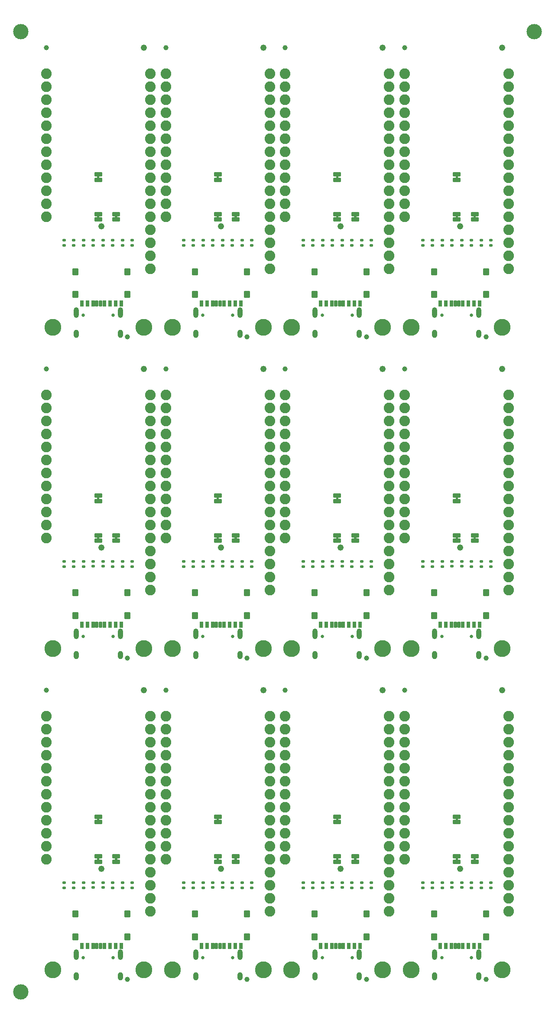
<source format=gbs>
%TF.GenerationSoftware,KiCad,Pcbnew,7.0.10*%
%TF.CreationDate,2024-01-23T14:15:22-07:00*%
%TF.ProjectId,SparkFun_Thing_Plus_ESP32-S3_panelized,53706172-6b46-4756-9e5f-5468696e675f,rev?*%
%TF.SameCoordinates,Original*%
%TF.FileFunction,Soldermask,Bot*%
%TF.FilePolarity,Negative*%
%FSLAX46Y46*%
G04 Gerber Fmt 4.6, Leading zero omitted, Abs format (unit mm)*
G04 Created by KiCad (PCBNEW 7.0.10) date 2024-01-23 14:15:22*
%MOMM*%
%LPD*%
G01*
G04 APERTURE LIST*
G04 Aperture macros list*
%AMRoundRect*
0 Rectangle with rounded corners*
0 $1 Rounding radius*
0 $2 $3 $4 $5 $6 $7 $8 $9 X,Y pos of 4 corners*
0 Add a 4 corners polygon primitive as box body*
4,1,4,$2,$3,$4,$5,$6,$7,$8,$9,$2,$3,0*
0 Add four circle primitives for the rounded corners*
1,1,$1+$1,$2,$3*
1,1,$1+$1,$4,$5*
1,1,$1+$1,$6,$7*
1,1,$1+$1,$8,$9*
0 Add four rect primitives between the rounded corners*
20,1,$1+$1,$2,$3,$4,$5,0*
20,1,$1+$1,$4,$5,$6,$7,0*
20,1,$1+$1,$6,$7,$8,$9,0*
20,1,$1+$1,$8,$9,$2,$3,0*%
G04 Aperture macros list end*
%ADD10C,3.000000*%
%ADD11RoundRect,0.135000X-0.185000X0.135000X-0.185000X-0.135000X0.185000X-0.135000X0.185000X0.135000X0*%
%ADD12RoundRect,0.101600X0.635000X-0.330200X0.635000X0.330200X-0.635000X0.330200X-0.635000X-0.330200X0*%
%ADD13RoundRect,0.140000X0.170000X-0.140000X0.170000X0.140000X-0.170000X0.140000X-0.170000X-0.140000X0*%
%ADD14RoundRect,0.609600X0.000000X0.000000X0.000000X0.000000X0.000000X0.000000X0.000000X0.000000X0*%
%ADD15C,1.000000*%
%ADD16RoundRect,0.101600X-0.250000X-0.500000X0.250000X-0.500000X0.250000X0.500000X-0.250000X0.500000X0*%
%ADD17RoundRect,0.095000X-0.250000X-0.500000X0.250000X-0.500000X0.250000X0.500000X-0.250000X0.500000X0*%
%ADD18RoundRect,0.101600X-0.475000X-0.600000X0.475000X-0.600000X0.475000X0.600000X-0.475000X0.600000X0*%
%ADD19RoundRect,0.101600X-0.635000X0.330200X-0.635000X-0.330200X0.635000X-0.330200X0.635000X0.330200X0*%
%ADD20C,3.302000*%
%ADD21C,2.082800*%
%ADD22C,0.650000*%
%ADD23O,1.000000X1.600000*%
%ADD24O,1.000000X2.100000*%
G04 APERTURE END LIST*
%TO.C,JP2*%
G36*
X85243000Y149336000D02*
G01*
X84762000Y149336000D01*
X84762000Y149844000D01*
X85243000Y149844000D01*
X85243000Y149336000D01*
G37*
G36*
X85243000Y86606000D02*
G01*
X84762000Y86606000D01*
X84762000Y87114000D01*
X85243000Y87114000D01*
X85243000Y86606000D01*
G37*
G36*
X85243000Y23876000D02*
G01*
X84762000Y23876000D01*
X84762000Y24384000D01*
X85243000Y24384000D01*
X85243000Y23876000D01*
G37*
G36*
X61883000Y149336000D02*
G01*
X61402000Y149336000D01*
X61402000Y149844000D01*
X61883000Y149844000D01*
X61883000Y149336000D01*
G37*
G36*
X61883000Y86606000D02*
G01*
X61402000Y86606000D01*
X61402000Y87114000D01*
X61883000Y87114000D01*
X61883000Y86606000D01*
G37*
G36*
X61883000Y23876000D02*
G01*
X61402000Y23876000D01*
X61402000Y24384000D01*
X61883000Y24384000D01*
X61883000Y23876000D01*
G37*
G36*
X38523000Y149336000D02*
G01*
X38042000Y149336000D01*
X38042000Y149844000D01*
X38523000Y149844000D01*
X38523000Y149336000D01*
G37*
G36*
X38523000Y86606000D02*
G01*
X38042000Y86606000D01*
X38042000Y87114000D01*
X38523000Y87114000D01*
X38523000Y86606000D01*
G37*
G36*
X38523000Y23876000D02*
G01*
X38042000Y23876000D01*
X38042000Y24384000D01*
X38523000Y24384000D01*
X38523000Y23876000D01*
G37*
G36*
X15163000Y149336000D02*
G01*
X14682000Y149336000D01*
X14682000Y149844000D01*
X15163000Y149844000D01*
X15163000Y149336000D01*
G37*
G36*
X15163000Y86606000D02*
G01*
X14682000Y86606000D01*
X14682000Y87114000D01*
X15163000Y87114000D01*
X15163000Y86606000D01*
G37*
%TO.C,JP1*%
G36*
X81750500Y157070300D02*
G01*
X81269500Y157070300D01*
X81269500Y157578300D01*
X81750500Y157578300D01*
X81750500Y157070300D01*
G37*
G36*
X81750500Y94340300D02*
G01*
X81269500Y94340300D01*
X81269500Y94848300D01*
X81750500Y94848300D01*
X81750500Y94340300D01*
G37*
G36*
X81750500Y31610300D02*
G01*
X81269500Y31610300D01*
X81269500Y32118300D01*
X81750500Y32118300D01*
X81750500Y31610300D01*
G37*
G36*
X58390500Y157070300D02*
G01*
X57909500Y157070300D01*
X57909500Y157578300D01*
X58390500Y157578300D01*
X58390500Y157070300D01*
G37*
G36*
X58390500Y94340300D02*
G01*
X57909500Y94340300D01*
X57909500Y94848300D01*
X58390500Y94848300D01*
X58390500Y94340300D01*
G37*
G36*
X58390500Y31610300D02*
G01*
X57909500Y31610300D01*
X57909500Y32118300D01*
X58390500Y32118300D01*
X58390500Y31610300D01*
G37*
G36*
X35030500Y157070300D02*
G01*
X34549500Y157070300D01*
X34549500Y157578300D01*
X35030500Y157578300D01*
X35030500Y157070300D01*
G37*
G36*
X35030500Y94340300D02*
G01*
X34549500Y94340300D01*
X34549500Y94848300D01*
X35030500Y94848300D01*
X35030500Y94340300D01*
G37*
G36*
X35030500Y31610300D02*
G01*
X34549500Y31610300D01*
X34549500Y32118300D01*
X35030500Y32118300D01*
X35030500Y31610300D01*
G37*
G36*
X11670500Y157070300D02*
G01*
X11189500Y157070300D01*
X11189500Y157578300D01*
X11670500Y157578300D01*
X11670500Y157070300D01*
G37*
G36*
X11670500Y94340300D02*
G01*
X11189500Y94340300D01*
X11189500Y94848300D01*
X11670500Y94848300D01*
X11670500Y94340300D01*
G37*
%TO.C,JP3*%
G36*
X81750500Y149336000D02*
G01*
X81269500Y149336000D01*
X81269500Y149844000D01*
X81750500Y149844000D01*
X81750500Y149336000D01*
G37*
G36*
X81750500Y86606000D02*
G01*
X81269500Y86606000D01*
X81269500Y87114000D01*
X81750500Y87114000D01*
X81750500Y86606000D01*
G37*
G36*
X81750500Y23876000D02*
G01*
X81269500Y23876000D01*
X81269500Y24384000D01*
X81750500Y24384000D01*
X81750500Y23876000D01*
G37*
G36*
X58390500Y149336000D02*
G01*
X57909500Y149336000D01*
X57909500Y149844000D01*
X58390500Y149844000D01*
X58390500Y149336000D01*
G37*
G36*
X58390500Y86606000D02*
G01*
X57909500Y86606000D01*
X57909500Y87114000D01*
X58390500Y87114000D01*
X58390500Y86606000D01*
G37*
G36*
X58390500Y23876000D02*
G01*
X57909500Y23876000D01*
X57909500Y24384000D01*
X58390500Y24384000D01*
X58390500Y23876000D01*
G37*
G36*
X35030500Y149336000D02*
G01*
X34549500Y149336000D01*
X34549500Y149844000D01*
X35030500Y149844000D01*
X35030500Y149336000D01*
G37*
G36*
X35030500Y86606000D02*
G01*
X34549500Y86606000D01*
X34549500Y87114000D01*
X35030500Y87114000D01*
X35030500Y86606000D01*
G37*
G36*
X35030500Y23876000D02*
G01*
X34549500Y23876000D01*
X34549500Y24384000D01*
X35030500Y24384000D01*
X35030500Y23876000D01*
G37*
G36*
X11670500Y149336000D02*
G01*
X11189500Y149336000D01*
X11189500Y149844000D01*
X11670500Y149844000D01*
X11670500Y149336000D01*
G37*
G36*
X11670500Y86606000D02*
G01*
X11189500Y86606000D01*
X11189500Y87114000D01*
X11670500Y87114000D01*
X11670500Y86606000D01*
G37*
G36*
X11670500Y23876000D02*
G01*
X11189500Y23876000D01*
X11189500Y24384000D01*
X11670500Y24384000D01*
X11670500Y23876000D01*
G37*
%TO.C,JP1*%
G36*
X11670500Y31610300D02*
G01*
X11189500Y31610300D01*
X11189500Y32118300D01*
X11670500Y32118300D01*
X11670500Y31610300D01*
G37*
%TO.C,JP2*%
G36*
X15163000Y23876000D02*
G01*
X14682000Y23876000D01*
X14682000Y24384000D01*
X15163000Y24384000D01*
X15163000Y23876000D01*
G37*
%TD*%
D10*
%TO.C,*%
X96615000Y185690000D03*
%TD*%
%TO.C,*%
X-3675000Y185690000D03*
%TD*%
%TO.C,*%
X-3675000Y-1810000D03*
%TD*%
D11*
%TO.C,R2*%
X84367500Y145020000D03*
X84367500Y144000000D03*
%TD*%
%TO.C,R2*%
X84367500Y82290000D03*
X84367500Y81270000D03*
%TD*%
%TO.C,R2*%
X84367500Y19560000D03*
X84367500Y18540000D03*
%TD*%
%TO.C,R2*%
X61007500Y145020000D03*
X61007500Y144000000D03*
%TD*%
%TO.C,R2*%
X61007500Y82290000D03*
X61007500Y81270000D03*
%TD*%
%TO.C,R2*%
X61007500Y19560000D03*
X61007500Y18540000D03*
%TD*%
%TO.C,R2*%
X37647500Y145020000D03*
X37647500Y144000000D03*
%TD*%
%TO.C,R2*%
X37647500Y82290000D03*
X37647500Y81270000D03*
%TD*%
%TO.C,R2*%
X37647500Y19560000D03*
X37647500Y18540000D03*
%TD*%
%TO.C,R2*%
X14287500Y145020000D03*
X14287500Y144000000D03*
%TD*%
%TO.C,R2*%
X14287500Y82290000D03*
X14287500Y81270000D03*
%TD*%
%TO.C,R6*%
X76747500Y145020000D03*
X76747500Y144000000D03*
%TD*%
%TO.C,R6*%
X76747500Y82290000D03*
X76747500Y81270000D03*
%TD*%
%TO.C,R6*%
X76747500Y19560000D03*
X76747500Y18540000D03*
%TD*%
%TO.C,R6*%
X53387500Y145020000D03*
X53387500Y144000000D03*
%TD*%
%TO.C,R6*%
X53387500Y82290000D03*
X53387500Y81270000D03*
%TD*%
%TO.C,R6*%
X53387500Y19560000D03*
X53387500Y18540000D03*
%TD*%
%TO.C,R6*%
X30027500Y145020000D03*
X30027500Y144000000D03*
%TD*%
%TO.C,R6*%
X30027500Y82290000D03*
X30027500Y81270000D03*
%TD*%
%TO.C,R6*%
X30027500Y19560000D03*
X30027500Y18540000D03*
%TD*%
%TO.C,R6*%
X6667500Y145020000D03*
X6667500Y144000000D03*
%TD*%
%TO.C,R6*%
X6667500Y82290000D03*
X6667500Y81270000D03*
%TD*%
D12*
%TO.C,JP2*%
X85002500Y149069300D03*
X85002500Y150110700D03*
%TD*%
%TO.C,JP2*%
X85002500Y86339300D03*
X85002500Y87380700D03*
%TD*%
%TO.C,JP2*%
X85002500Y23609300D03*
X85002500Y24650700D03*
%TD*%
%TO.C,JP2*%
X61642500Y149069300D03*
X61642500Y150110700D03*
%TD*%
%TO.C,JP2*%
X61642500Y86339300D03*
X61642500Y87380700D03*
%TD*%
%TO.C,JP2*%
X61642500Y23609300D03*
X61642500Y24650700D03*
%TD*%
%TO.C,JP2*%
X38282500Y149069300D03*
X38282500Y150110700D03*
%TD*%
%TO.C,JP2*%
X38282500Y86339300D03*
X38282500Y87380700D03*
%TD*%
%TO.C,JP2*%
X38282500Y23609300D03*
X38282500Y24650700D03*
%TD*%
%TO.C,JP2*%
X14922500Y149069300D03*
X14922500Y150110700D03*
%TD*%
%TO.C,JP2*%
X14922500Y86339300D03*
X14922500Y87380700D03*
%TD*%
D11*
%TO.C,R4*%
X88177500Y145020000D03*
X88177500Y144000000D03*
%TD*%
%TO.C,R4*%
X88177500Y82290000D03*
X88177500Y81270000D03*
%TD*%
%TO.C,R4*%
X88177500Y19560000D03*
X88177500Y18540000D03*
%TD*%
%TO.C,R4*%
X64817500Y145020000D03*
X64817500Y144000000D03*
%TD*%
%TO.C,R4*%
X64817500Y82290000D03*
X64817500Y81270000D03*
%TD*%
%TO.C,R4*%
X64817500Y19560000D03*
X64817500Y18540000D03*
%TD*%
%TO.C,R4*%
X41457500Y145020000D03*
X41457500Y144000000D03*
%TD*%
%TO.C,R4*%
X41457500Y82290000D03*
X41457500Y81270000D03*
%TD*%
%TO.C,R4*%
X41457500Y19560000D03*
X41457500Y18540000D03*
%TD*%
%TO.C,R4*%
X18097500Y145020000D03*
X18097500Y144000000D03*
%TD*%
%TO.C,R4*%
X18097500Y82290000D03*
X18097500Y81270000D03*
%TD*%
D12*
%TO.C,JP1*%
X81510000Y156803600D03*
X81510000Y157845000D03*
%TD*%
%TO.C,JP1*%
X81510000Y94073600D03*
X81510000Y95115000D03*
%TD*%
%TO.C,JP1*%
X81510000Y31343600D03*
X81510000Y32385000D03*
%TD*%
%TO.C,JP1*%
X58150000Y156803600D03*
X58150000Y157845000D03*
%TD*%
%TO.C,JP1*%
X58150000Y94073600D03*
X58150000Y95115000D03*
%TD*%
%TO.C,JP1*%
X58150000Y31343600D03*
X58150000Y32385000D03*
%TD*%
%TO.C,JP1*%
X34790000Y156803600D03*
X34790000Y157845000D03*
%TD*%
%TO.C,JP1*%
X34790000Y94073600D03*
X34790000Y95115000D03*
%TD*%
%TO.C,JP1*%
X34790000Y31343600D03*
X34790000Y32385000D03*
%TD*%
%TO.C,JP1*%
X11430000Y156803600D03*
X11430000Y157845000D03*
%TD*%
%TO.C,JP1*%
X11430000Y94073600D03*
X11430000Y95115000D03*
%TD*%
D13*
%TO.C,C4*%
X80557500Y144030000D03*
X80557500Y144990000D03*
%TD*%
%TO.C,C4*%
X80557500Y81300000D03*
X80557500Y82260000D03*
%TD*%
%TO.C,C4*%
X80557500Y18570000D03*
X80557500Y19530000D03*
%TD*%
%TO.C,C4*%
X57197500Y144030000D03*
X57197500Y144990000D03*
%TD*%
%TO.C,C4*%
X57197500Y81300000D03*
X57197500Y82260000D03*
%TD*%
%TO.C,C4*%
X57197500Y18570000D03*
X57197500Y19530000D03*
%TD*%
%TO.C,C4*%
X33837500Y144030000D03*
X33837500Y144990000D03*
%TD*%
%TO.C,C4*%
X33837500Y81300000D03*
X33837500Y82260000D03*
%TD*%
%TO.C,C4*%
X33837500Y18570000D03*
X33837500Y19530000D03*
%TD*%
%TO.C,C4*%
X10477500Y144030000D03*
X10477500Y144990000D03*
%TD*%
%TO.C,C4*%
X10477500Y81300000D03*
X10477500Y82260000D03*
%TD*%
D14*
%TO.C,TP1*%
X90400000Y182610000D03*
%TD*%
%TO.C,TP1*%
X90400000Y119880000D03*
%TD*%
%TO.C,TP1*%
X90400000Y57150000D03*
%TD*%
%TO.C,TP1*%
X67040000Y182610000D03*
%TD*%
%TO.C,TP1*%
X67040000Y119880000D03*
%TD*%
%TO.C,TP1*%
X67040000Y57150000D03*
%TD*%
%TO.C,TP1*%
X43680000Y182610000D03*
%TD*%
%TO.C,TP1*%
X43680000Y119880000D03*
%TD*%
%TO.C,TP1*%
X43680000Y57150000D03*
%TD*%
%TO.C,TP1*%
X20320000Y182610000D03*
%TD*%
%TO.C,TP1*%
X20320000Y119880000D03*
%TD*%
D15*
%TO.C,FID1*%
X87225000Y126095000D03*
%TD*%
%TO.C,FID1*%
X87225000Y63365000D03*
%TD*%
%TO.C,FID1*%
X87225000Y635000D03*
%TD*%
%TO.C,FID1*%
X63865000Y126095000D03*
%TD*%
%TO.C,FID1*%
X63865000Y63365000D03*
%TD*%
%TO.C,FID1*%
X63865000Y635000D03*
%TD*%
%TO.C,FID1*%
X40505000Y126095000D03*
%TD*%
%TO.C,FID1*%
X40505000Y63365000D03*
%TD*%
%TO.C,FID1*%
X40505000Y635000D03*
%TD*%
%TO.C,FID1*%
X17145000Y126095000D03*
%TD*%
%TO.C,FID1*%
X17145000Y63365000D03*
%TD*%
%TO.C,FID2*%
X71350000Y182610000D03*
%TD*%
%TO.C,FID2*%
X71350000Y119880000D03*
%TD*%
%TO.C,FID2*%
X71350000Y57150000D03*
%TD*%
%TO.C,FID2*%
X47990000Y182610000D03*
%TD*%
%TO.C,FID2*%
X47990000Y119880000D03*
%TD*%
%TO.C,FID2*%
X47990000Y57150000D03*
%TD*%
%TO.C,FID2*%
X24630000Y182610000D03*
%TD*%
%TO.C,FID2*%
X24630000Y119880000D03*
%TD*%
%TO.C,FID2*%
X24630000Y57150000D03*
%TD*%
%TO.C,FID2*%
X1270000Y182610000D03*
%TD*%
%TO.C,FID2*%
X1270000Y119880000D03*
%TD*%
D11*
%TO.C,R1*%
X78652500Y145020000D03*
X78652500Y144000000D03*
%TD*%
%TO.C,R1*%
X78652500Y82290000D03*
X78652500Y81270000D03*
%TD*%
%TO.C,R1*%
X78652500Y19560000D03*
X78652500Y18540000D03*
%TD*%
%TO.C,R1*%
X55292500Y145020000D03*
X55292500Y144000000D03*
%TD*%
%TO.C,R1*%
X55292500Y82290000D03*
X55292500Y81270000D03*
%TD*%
%TO.C,R1*%
X55292500Y19560000D03*
X55292500Y18540000D03*
%TD*%
%TO.C,R1*%
X31932500Y145020000D03*
X31932500Y144000000D03*
%TD*%
%TO.C,R1*%
X31932500Y82290000D03*
X31932500Y81270000D03*
%TD*%
%TO.C,R1*%
X31932500Y19560000D03*
X31932500Y18540000D03*
%TD*%
%TO.C,R1*%
X8572500Y145020000D03*
X8572500Y144000000D03*
%TD*%
%TO.C,R1*%
X8572500Y82290000D03*
X8572500Y81270000D03*
%TD*%
D16*
%TO.C,J2*%
X78295000Y132661000D03*
X79395000Y132661000D03*
X80495000Y132661000D03*
D17*
X81245000Y132661000D03*
D16*
X82695000Y132661000D03*
X83795000Y132661000D03*
X84895000Y132661000D03*
X85995000Y132661000D03*
D17*
X81945000Y132661000D03*
D18*
X87245000Y134411000D03*
X87245000Y138861000D03*
X77045000Y134411000D03*
X77045000Y138861000D03*
%TD*%
D16*
%TO.C,J2*%
X78295000Y69931000D03*
X79395000Y69931000D03*
X80495000Y69931000D03*
D17*
X81245000Y69931000D03*
D16*
X82695000Y69931000D03*
X83795000Y69931000D03*
X84895000Y69931000D03*
X85995000Y69931000D03*
D17*
X81945000Y69931000D03*
D18*
X87245000Y71681000D03*
X87245000Y76131000D03*
X77045000Y71681000D03*
X77045000Y76131000D03*
%TD*%
D16*
%TO.C,J2*%
X78295000Y7201000D03*
X79395000Y7201000D03*
X80495000Y7201000D03*
D17*
X81245000Y7201000D03*
D16*
X82695000Y7201000D03*
X83795000Y7201000D03*
X84895000Y7201000D03*
X85995000Y7201000D03*
D17*
X81945000Y7201000D03*
D18*
X87245000Y8951000D03*
X87245000Y13401000D03*
X77045000Y8951000D03*
X77045000Y13401000D03*
%TD*%
D16*
%TO.C,J2*%
X54935000Y132661000D03*
X56035000Y132661000D03*
X57135000Y132661000D03*
D17*
X57885000Y132661000D03*
D16*
X59335000Y132661000D03*
X60435000Y132661000D03*
X61535000Y132661000D03*
X62635000Y132661000D03*
D17*
X58585000Y132661000D03*
D18*
X63885000Y134411000D03*
X63885000Y138861000D03*
X53685000Y134411000D03*
X53685000Y138861000D03*
%TD*%
D16*
%TO.C,J2*%
X54935000Y69931000D03*
X56035000Y69931000D03*
X57135000Y69931000D03*
D17*
X57885000Y69931000D03*
D16*
X59335000Y69931000D03*
X60435000Y69931000D03*
X61535000Y69931000D03*
X62635000Y69931000D03*
D17*
X58585000Y69931000D03*
D18*
X63885000Y71681000D03*
X63885000Y76131000D03*
X53685000Y71681000D03*
X53685000Y76131000D03*
%TD*%
D16*
%TO.C,J2*%
X54935000Y7201000D03*
X56035000Y7201000D03*
X57135000Y7201000D03*
D17*
X57885000Y7201000D03*
D16*
X59335000Y7201000D03*
X60435000Y7201000D03*
X61535000Y7201000D03*
X62635000Y7201000D03*
D17*
X58585000Y7201000D03*
D18*
X63885000Y8951000D03*
X63885000Y13401000D03*
X53685000Y8951000D03*
X53685000Y13401000D03*
%TD*%
D16*
%TO.C,J2*%
X31575000Y132661000D03*
X32675000Y132661000D03*
X33775000Y132661000D03*
D17*
X34525000Y132661000D03*
D16*
X35975000Y132661000D03*
X37075000Y132661000D03*
X38175000Y132661000D03*
X39275000Y132661000D03*
D17*
X35225000Y132661000D03*
D18*
X40525000Y134411000D03*
X40525000Y138861000D03*
X30325000Y134411000D03*
X30325000Y138861000D03*
%TD*%
D16*
%TO.C,J2*%
X31575000Y69931000D03*
X32675000Y69931000D03*
X33775000Y69931000D03*
D17*
X34525000Y69931000D03*
D16*
X35975000Y69931000D03*
X37075000Y69931000D03*
X38175000Y69931000D03*
X39275000Y69931000D03*
D17*
X35225000Y69931000D03*
D18*
X40525000Y71681000D03*
X40525000Y76131000D03*
X30325000Y71681000D03*
X30325000Y76131000D03*
%TD*%
D16*
%TO.C,J2*%
X31575000Y7201000D03*
X32675000Y7201000D03*
X33775000Y7201000D03*
D17*
X34525000Y7201000D03*
D16*
X35975000Y7201000D03*
X37075000Y7201000D03*
X38175000Y7201000D03*
X39275000Y7201000D03*
D17*
X35225000Y7201000D03*
D18*
X40525000Y8951000D03*
X40525000Y13401000D03*
X30325000Y8951000D03*
X30325000Y13401000D03*
%TD*%
D16*
%TO.C,J2*%
X8215000Y132661000D03*
X9315000Y132661000D03*
X10415000Y132661000D03*
D17*
X11165000Y132661000D03*
D16*
X12615000Y132661000D03*
X13715000Y132661000D03*
X14815000Y132661000D03*
X15915000Y132661000D03*
D17*
X11865000Y132661000D03*
D18*
X17165000Y134411000D03*
X17165000Y138861000D03*
X6965000Y134411000D03*
X6965000Y138861000D03*
%TD*%
D16*
%TO.C,J2*%
X8215000Y69931000D03*
X9315000Y69931000D03*
X10415000Y69931000D03*
D17*
X11165000Y69931000D03*
D16*
X12615000Y69931000D03*
X13715000Y69931000D03*
X14815000Y69931000D03*
X15915000Y69931000D03*
D17*
X11865000Y69931000D03*
D18*
X17165000Y71681000D03*
X17165000Y76131000D03*
X6965000Y71681000D03*
X6965000Y76131000D03*
%TD*%
D11*
%TO.C,R3*%
X86272500Y145020000D03*
X86272500Y144000000D03*
%TD*%
%TO.C,R3*%
X86272500Y82290000D03*
X86272500Y81270000D03*
%TD*%
%TO.C,R3*%
X86272500Y19560000D03*
X86272500Y18540000D03*
%TD*%
%TO.C,R3*%
X62912500Y145020000D03*
X62912500Y144000000D03*
%TD*%
%TO.C,R3*%
X62912500Y82290000D03*
X62912500Y81270000D03*
%TD*%
%TO.C,R3*%
X62912500Y19560000D03*
X62912500Y18540000D03*
%TD*%
%TO.C,R3*%
X39552500Y145020000D03*
X39552500Y144000000D03*
%TD*%
%TO.C,R3*%
X39552500Y82290000D03*
X39552500Y81270000D03*
%TD*%
%TO.C,R3*%
X39552500Y19560000D03*
X39552500Y18540000D03*
%TD*%
%TO.C,R3*%
X16192500Y145020000D03*
X16192500Y144000000D03*
%TD*%
%TO.C,R3*%
X16192500Y82290000D03*
X16192500Y81270000D03*
%TD*%
D13*
%TO.C,C5*%
X82462500Y144030000D03*
X82462500Y144990000D03*
%TD*%
%TO.C,C5*%
X82462500Y81300000D03*
X82462500Y82260000D03*
%TD*%
%TO.C,C5*%
X82462500Y18570000D03*
X82462500Y19530000D03*
%TD*%
%TO.C,C5*%
X59102500Y144030000D03*
X59102500Y144990000D03*
%TD*%
%TO.C,C5*%
X59102500Y81300000D03*
X59102500Y82260000D03*
%TD*%
%TO.C,C5*%
X59102500Y18570000D03*
X59102500Y19530000D03*
%TD*%
%TO.C,C5*%
X35742500Y144030000D03*
X35742500Y144990000D03*
%TD*%
%TO.C,C5*%
X35742500Y81300000D03*
X35742500Y82260000D03*
%TD*%
%TO.C,C5*%
X35742500Y18570000D03*
X35742500Y19530000D03*
%TD*%
%TO.C,C5*%
X12382500Y144030000D03*
X12382500Y144990000D03*
%TD*%
%TO.C,C5*%
X12382500Y81300000D03*
X12382500Y82260000D03*
%TD*%
D19*
%TO.C,JP3*%
X81510000Y150110700D03*
X81510000Y149069300D03*
%TD*%
%TO.C,JP3*%
X81510000Y87380700D03*
X81510000Y86339300D03*
%TD*%
%TO.C,JP3*%
X81510000Y24650700D03*
X81510000Y23609300D03*
%TD*%
%TO.C,JP3*%
X58150000Y150110700D03*
X58150000Y149069300D03*
%TD*%
%TO.C,JP3*%
X58150000Y87380700D03*
X58150000Y86339300D03*
%TD*%
%TO.C,JP3*%
X58150000Y24650700D03*
X58150000Y23609300D03*
%TD*%
%TO.C,JP3*%
X34790000Y150110700D03*
X34790000Y149069300D03*
%TD*%
%TO.C,JP3*%
X34790000Y87380700D03*
X34790000Y86339300D03*
%TD*%
%TO.C,JP3*%
X34790000Y24650700D03*
X34790000Y23609300D03*
%TD*%
%TO.C,JP3*%
X11430000Y150110700D03*
X11430000Y149069300D03*
%TD*%
%TO.C,JP3*%
X11430000Y87380700D03*
X11430000Y86339300D03*
%TD*%
D11*
%TO.C,R5*%
X74842500Y145020000D03*
X74842500Y144000000D03*
%TD*%
%TO.C,R5*%
X74842500Y82290000D03*
X74842500Y81270000D03*
%TD*%
%TO.C,R5*%
X74842500Y19560000D03*
X74842500Y18540000D03*
%TD*%
%TO.C,R5*%
X51482500Y145020000D03*
X51482500Y144000000D03*
%TD*%
%TO.C,R5*%
X51482500Y82290000D03*
X51482500Y81270000D03*
%TD*%
%TO.C,R5*%
X51482500Y19560000D03*
X51482500Y18540000D03*
%TD*%
%TO.C,R5*%
X28122500Y145020000D03*
X28122500Y144000000D03*
%TD*%
%TO.C,R5*%
X28122500Y82290000D03*
X28122500Y81270000D03*
%TD*%
%TO.C,R5*%
X28122500Y19560000D03*
X28122500Y18540000D03*
%TD*%
%TO.C,R5*%
X4762500Y145020000D03*
X4762500Y144000000D03*
%TD*%
%TO.C,R5*%
X4762500Y82290000D03*
X4762500Y81270000D03*
%TD*%
D14*
%TO.C,TP2*%
X82145000Y147685000D03*
%TD*%
%TO.C,TP2*%
X82145000Y84955000D03*
%TD*%
%TO.C,TP2*%
X82145000Y22225000D03*
%TD*%
%TO.C,TP2*%
X58785000Y147685000D03*
%TD*%
%TO.C,TP2*%
X58785000Y84955000D03*
%TD*%
%TO.C,TP2*%
X58785000Y22225000D03*
%TD*%
%TO.C,TP2*%
X35425000Y147685000D03*
%TD*%
%TO.C,TP2*%
X35425000Y84955000D03*
%TD*%
%TO.C,TP2*%
X35425000Y22225000D03*
%TD*%
%TO.C,TP2*%
X12065000Y147685000D03*
%TD*%
%TO.C,TP2*%
X12065000Y84955000D03*
%TD*%
D20*
%TO.C,ST3*%
X90400000Y128000000D03*
%TD*%
%TO.C,ST3*%
X90400000Y65270000D03*
%TD*%
%TO.C,ST3*%
X90400000Y2540000D03*
%TD*%
%TO.C,ST3*%
X67040000Y128000000D03*
%TD*%
%TO.C,ST3*%
X67040000Y65270000D03*
%TD*%
%TO.C,ST3*%
X67040000Y2540000D03*
%TD*%
%TO.C,ST3*%
X43680000Y128000000D03*
%TD*%
%TO.C,ST3*%
X43680000Y65270000D03*
%TD*%
%TO.C,ST3*%
X43680000Y2540000D03*
%TD*%
%TO.C,ST3*%
X20320000Y128000000D03*
%TD*%
%TO.C,ST3*%
X20320000Y65270000D03*
%TD*%
D21*
%TO.C,U10*%
X71350000Y177530000D03*
X71350000Y174990000D03*
X71350000Y172450000D03*
X71350000Y169910000D03*
X71350000Y167370000D03*
X71350000Y164830000D03*
X71350000Y162290000D03*
X71350000Y159750000D03*
X71350000Y157210000D03*
X71350000Y154670000D03*
X71350000Y152130000D03*
X71350000Y149590000D03*
X91670000Y177530000D03*
X91670000Y174990000D03*
X91670000Y172450000D03*
X91670000Y169910000D03*
X91670000Y167370000D03*
X91670000Y164830000D03*
X91670000Y162290000D03*
X91670000Y159750000D03*
X91670000Y157210000D03*
X91670000Y154670000D03*
X91670000Y152130000D03*
X91670000Y149590000D03*
X91670000Y147050000D03*
X91670000Y144510000D03*
X91670000Y141970000D03*
X91670000Y139430000D03*
%TD*%
%TO.C,U10*%
X71350000Y114800000D03*
X71350000Y112260000D03*
X71350000Y109720000D03*
X71350000Y107180000D03*
X71350000Y104640000D03*
X71350000Y102100000D03*
X71350000Y99560000D03*
X71350000Y97020000D03*
X71350000Y94480000D03*
X71350000Y91940000D03*
X71350000Y89400000D03*
X71350000Y86860000D03*
X91670000Y114800000D03*
X91670000Y112260000D03*
X91670000Y109720000D03*
X91670000Y107180000D03*
X91670000Y104640000D03*
X91670000Y102100000D03*
X91670000Y99560000D03*
X91670000Y97020000D03*
X91670000Y94480000D03*
X91670000Y91940000D03*
X91670000Y89400000D03*
X91670000Y86860000D03*
X91670000Y84320000D03*
X91670000Y81780000D03*
X91670000Y79240000D03*
X91670000Y76700000D03*
%TD*%
%TO.C,U10*%
X71350000Y52070000D03*
X71350000Y49530000D03*
X71350000Y46990000D03*
X71350000Y44450000D03*
X71350000Y41910000D03*
X71350000Y39370000D03*
X71350000Y36830000D03*
X71350000Y34290000D03*
X71350000Y31750000D03*
X71350000Y29210000D03*
X71350000Y26670000D03*
X71350000Y24130000D03*
X91670000Y52070000D03*
X91670000Y49530000D03*
X91670000Y46990000D03*
X91670000Y44450000D03*
X91670000Y41910000D03*
X91670000Y39370000D03*
X91670000Y36830000D03*
X91670000Y34290000D03*
X91670000Y31750000D03*
X91670000Y29210000D03*
X91670000Y26670000D03*
X91670000Y24130000D03*
X91670000Y21590000D03*
X91670000Y19050000D03*
X91670000Y16510000D03*
X91670000Y13970000D03*
%TD*%
%TO.C,U10*%
X47990000Y177530000D03*
X47990000Y174990000D03*
X47990000Y172450000D03*
X47990000Y169910000D03*
X47990000Y167370000D03*
X47990000Y164830000D03*
X47990000Y162290000D03*
X47990000Y159750000D03*
X47990000Y157210000D03*
X47990000Y154670000D03*
X47990000Y152130000D03*
X47990000Y149590000D03*
X68310000Y177530000D03*
X68310000Y174990000D03*
X68310000Y172450000D03*
X68310000Y169910000D03*
X68310000Y167370000D03*
X68310000Y164830000D03*
X68310000Y162290000D03*
X68310000Y159750000D03*
X68310000Y157210000D03*
X68310000Y154670000D03*
X68310000Y152130000D03*
X68310000Y149590000D03*
X68310000Y147050000D03*
X68310000Y144510000D03*
X68310000Y141970000D03*
X68310000Y139430000D03*
%TD*%
%TO.C,U10*%
X47990000Y114800000D03*
X47990000Y112260000D03*
X47990000Y109720000D03*
X47990000Y107180000D03*
X47990000Y104640000D03*
X47990000Y102100000D03*
X47990000Y99560000D03*
X47990000Y97020000D03*
X47990000Y94480000D03*
X47990000Y91940000D03*
X47990000Y89400000D03*
X47990000Y86860000D03*
X68310000Y114800000D03*
X68310000Y112260000D03*
X68310000Y109720000D03*
X68310000Y107180000D03*
X68310000Y104640000D03*
X68310000Y102100000D03*
X68310000Y99560000D03*
X68310000Y97020000D03*
X68310000Y94480000D03*
X68310000Y91940000D03*
X68310000Y89400000D03*
X68310000Y86860000D03*
X68310000Y84320000D03*
X68310000Y81780000D03*
X68310000Y79240000D03*
X68310000Y76700000D03*
%TD*%
%TO.C,U10*%
X47990000Y52070000D03*
X47990000Y49530000D03*
X47990000Y46990000D03*
X47990000Y44450000D03*
X47990000Y41910000D03*
X47990000Y39370000D03*
X47990000Y36830000D03*
X47990000Y34290000D03*
X47990000Y31750000D03*
X47990000Y29210000D03*
X47990000Y26670000D03*
X47990000Y24130000D03*
X68310000Y52070000D03*
X68310000Y49530000D03*
X68310000Y46990000D03*
X68310000Y44450000D03*
X68310000Y41910000D03*
X68310000Y39370000D03*
X68310000Y36830000D03*
X68310000Y34290000D03*
X68310000Y31750000D03*
X68310000Y29210000D03*
X68310000Y26670000D03*
X68310000Y24130000D03*
X68310000Y21590000D03*
X68310000Y19050000D03*
X68310000Y16510000D03*
X68310000Y13970000D03*
%TD*%
%TO.C,U10*%
X24630000Y177530000D03*
X24630000Y174990000D03*
X24630000Y172450000D03*
X24630000Y169910000D03*
X24630000Y167370000D03*
X24630000Y164830000D03*
X24630000Y162290000D03*
X24630000Y159750000D03*
X24630000Y157210000D03*
X24630000Y154670000D03*
X24630000Y152130000D03*
X24630000Y149590000D03*
X44950000Y177530000D03*
X44950000Y174990000D03*
X44950000Y172450000D03*
X44950000Y169910000D03*
X44950000Y167370000D03*
X44950000Y164830000D03*
X44950000Y162290000D03*
X44950000Y159750000D03*
X44950000Y157210000D03*
X44950000Y154670000D03*
X44950000Y152130000D03*
X44950000Y149590000D03*
X44950000Y147050000D03*
X44950000Y144510000D03*
X44950000Y141970000D03*
X44950000Y139430000D03*
%TD*%
%TO.C,U10*%
X24630000Y114800000D03*
X24630000Y112260000D03*
X24630000Y109720000D03*
X24630000Y107180000D03*
X24630000Y104640000D03*
X24630000Y102100000D03*
X24630000Y99560000D03*
X24630000Y97020000D03*
X24630000Y94480000D03*
X24630000Y91940000D03*
X24630000Y89400000D03*
X24630000Y86860000D03*
X44950000Y114800000D03*
X44950000Y112260000D03*
X44950000Y109720000D03*
X44950000Y107180000D03*
X44950000Y104640000D03*
X44950000Y102100000D03*
X44950000Y99560000D03*
X44950000Y97020000D03*
X44950000Y94480000D03*
X44950000Y91940000D03*
X44950000Y89400000D03*
X44950000Y86860000D03*
X44950000Y84320000D03*
X44950000Y81780000D03*
X44950000Y79240000D03*
X44950000Y76700000D03*
%TD*%
%TO.C,U10*%
X24630000Y52070000D03*
X24630000Y49530000D03*
X24630000Y46990000D03*
X24630000Y44450000D03*
X24630000Y41910000D03*
X24630000Y39370000D03*
X24630000Y36830000D03*
X24630000Y34290000D03*
X24630000Y31750000D03*
X24630000Y29210000D03*
X24630000Y26670000D03*
X24630000Y24130000D03*
X44950000Y52070000D03*
X44950000Y49530000D03*
X44950000Y46990000D03*
X44950000Y44450000D03*
X44950000Y41910000D03*
X44950000Y39370000D03*
X44950000Y36830000D03*
X44950000Y34290000D03*
X44950000Y31750000D03*
X44950000Y29210000D03*
X44950000Y26670000D03*
X44950000Y24130000D03*
X44950000Y21590000D03*
X44950000Y19050000D03*
X44950000Y16510000D03*
X44950000Y13970000D03*
%TD*%
%TO.C,U10*%
X1270000Y177530000D03*
X1270000Y174990000D03*
X1270000Y172450000D03*
X1270000Y169910000D03*
X1270000Y167370000D03*
X1270000Y164830000D03*
X1270000Y162290000D03*
X1270000Y159750000D03*
X1270000Y157210000D03*
X1270000Y154670000D03*
X1270000Y152130000D03*
X1270000Y149590000D03*
X21590000Y177530000D03*
X21590000Y174990000D03*
X21590000Y172450000D03*
X21590000Y169910000D03*
X21590000Y167370000D03*
X21590000Y164830000D03*
X21590000Y162290000D03*
X21590000Y159750000D03*
X21590000Y157210000D03*
X21590000Y154670000D03*
X21590000Y152130000D03*
X21590000Y149590000D03*
X21590000Y147050000D03*
X21590000Y144510000D03*
X21590000Y141970000D03*
X21590000Y139430000D03*
%TD*%
%TO.C,U10*%
X1270000Y114800000D03*
X1270000Y112260000D03*
X1270000Y109720000D03*
X1270000Y107180000D03*
X1270000Y104640000D03*
X1270000Y102100000D03*
X1270000Y99560000D03*
X1270000Y97020000D03*
X1270000Y94480000D03*
X1270000Y91940000D03*
X1270000Y89400000D03*
X1270000Y86860000D03*
X21590000Y114800000D03*
X21590000Y112260000D03*
X21590000Y109720000D03*
X21590000Y107180000D03*
X21590000Y104640000D03*
X21590000Y102100000D03*
X21590000Y99560000D03*
X21590000Y97020000D03*
X21590000Y94480000D03*
X21590000Y91940000D03*
X21590000Y89400000D03*
X21590000Y86860000D03*
X21590000Y84320000D03*
X21590000Y81780000D03*
X21590000Y79240000D03*
X21590000Y76700000D03*
%TD*%
D20*
%TO.C,ST1*%
X72620000Y128000000D03*
%TD*%
%TO.C,ST1*%
X72620000Y65270000D03*
%TD*%
%TO.C,ST1*%
X72620000Y2540000D03*
%TD*%
%TO.C,ST1*%
X49260000Y128000000D03*
%TD*%
%TO.C,ST1*%
X49260000Y65270000D03*
%TD*%
%TO.C,ST1*%
X49260000Y2540000D03*
%TD*%
%TO.C,ST1*%
X25900000Y128000000D03*
%TD*%
%TO.C,ST1*%
X25900000Y65270000D03*
%TD*%
%TO.C,ST1*%
X25900000Y2540000D03*
%TD*%
%TO.C,ST1*%
X2540000Y128000000D03*
%TD*%
%TO.C,ST1*%
X2540000Y65270000D03*
%TD*%
D22*
%TO.C,J1*%
X78620000Y130361250D03*
X84400000Y130361250D03*
D23*
X77192000Y126711250D03*
D24*
X77192000Y130891250D03*
X85828000Y130891250D03*
D23*
X85828000Y126711250D03*
%TD*%
D22*
%TO.C,J1*%
X78620000Y67631250D03*
X84400000Y67631250D03*
D23*
X77192000Y63981250D03*
D24*
X77192000Y68161250D03*
X85828000Y68161250D03*
D23*
X85828000Y63981250D03*
%TD*%
D22*
%TO.C,J1*%
X78620000Y4901250D03*
X84400000Y4901250D03*
D23*
X77192000Y1251250D03*
D24*
X77192000Y5431250D03*
X85828000Y5431250D03*
D23*
X85828000Y1251250D03*
%TD*%
D22*
%TO.C,J1*%
X55260000Y130361250D03*
X61040000Y130361250D03*
D23*
X53832000Y126711250D03*
D24*
X53832000Y130891250D03*
X62468000Y130891250D03*
D23*
X62468000Y126711250D03*
%TD*%
D22*
%TO.C,J1*%
X55260000Y67631250D03*
X61040000Y67631250D03*
D23*
X53832000Y63981250D03*
D24*
X53832000Y68161250D03*
X62468000Y68161250D03*
D23*
X62468000Y63981250D03*
%TD*%
D22*
%TO.C,J1*%
X55260000Y4901250D03*
X61040000Y4901250D03*
D23*
X53832000Y1251250D03*
D24*
X53832000Y5431250D03*
X62468000Y5431250D03*
D23*
X62468000Y1251250D03*
%TD*%
D22*
%TO.C,J1*%
X31900000Y130361250D03*
X37680000Y130361250D03*
D23*
X30472000Y126711250D03*
D24*
X30472000Y130891250D03*
X39108000Y130891250D03*
D23*
X39108000Y126711250D03*
%TD*%
D22*
%TO.C,J1*%
X31900000Y67631250D03*
X37680000Y67631250D03*
D23*
X30472000Y63981250D03*
D24*
X30472000Y68161250D03*
X39108000Y68161250D03*
D23*
X39108000Y63981250D03*
%TD*%
D22*
%TO.C,J1*%
X31900000Y4901250D03*
X37680000Y4901250D03*
D23*
X30472000Y1251250D03*
D24*
X30472000Y5431250D03*
X39108000Y5431250D03*
D23*
X39108000Y1251250D03*
%TD*%
D22*
%TO.C,J1*%
X8540000Y130361250D03*
X14320000Y130361250D03*
D23*
X7112000Y126711250D03*
D24*
X7112000Y130891250D03*
X15748000Y130891250D03*
D23*
X15748000Y126711250D03*
%TD*%
D22*
%TO.C,J1*%
X8540000Y67631250D03*
X14320000Y67631250D03*
D23*
X7112000Y63981250D03*
D24*
X7112000Y68161250D03*
X15748000Y68161250D03*
D23*
X15748000Y63981250D03*
%TD*%
D22*
%TO.C,J1*%
X8540000Y4901250D03*
X14320000Y4901250D03*
D23*
X7112000Y1251250D03*
D24*
X7112000Y5431250D03*
X15748000Y5431250D03*
D23*
X15748000Y1251250D03*
%TD*%
D20*
%TO.C,ST1*%
X2540000Y2540000D03*
%TD*%
D21*
%TO.C,U10*%
X1270000Y52070000D03*
X1270000Y49530000D03*
X1270000Y46990000D03*
X1270000Y44450000D03*
X1270000Y41910000D03*
X1270000Y39370000D03*
X1270000Y36830000D03*
X1270000Y34290000D03*
X1270000Y31750000D03*
X1270000Y29210000D03*
X1270000Y26670000D03*
X1270000Y24130000D03*
X21590000Y52070000D03*
X21590000Y49530000D03*
X21590000Y46990000D03*
X21590000Y44450000D03*
X21590000Y41910000D03*
X21590000Y39370000D03*
X21590000Y36830000D03*
X21590000Y34290000D03*
X21590000Y31750000D03*
X21590000Y29210000D03*
X21590000Y26670000D03*
X21590000Y24130000D03*
X21590000Y21590000D03*
X21590000Y19050000D03*
X21590000Y16510000D03*
X21590000Y13970000D03*
%TD*%
D20*
%TO.C,ST3*%
X20320000Y2540000D03*
%TD*%
D14*
%TO.C,TP2*%
X12065000Y22225000D03*
%TD*%
D11*
%TO.C,R5*%
X4762500Y19560000D03*
X4762500Y18540000D03*
%TD*%
D19*
%TO.C,JP3*%
X11430000Y24650700D03*
X11430000Y23609300D03*
%TD*%
D13*
%TO.C,C5*%
X12382500Y18570000D03*
X12382500Y19530000D03*
%TD*%
D11*
%TO.C,R3*%
X16192500Y19560000D03*
X16192500Y18540000D03*
%TD*%
D16*
%TO.C,J2*%
X8215000Y7201000D03*
X9315000Y7201000D03*
X10415000Y7201000D03*
D17*
X11165000Y7201000D03*
D16*
X12615000Y7201000D03*
X13715000Y7201000D03*
X14815000Y7201000D03*
X15915000Y7201000D03*
D17*
X11865000Y7201000D03*
D18*
X17165000Y8951000D03*
X17165000Y13401000D03*
X6965000Y8951000D03*
X6965000Y13401000D03*
%TD*%
D11*
%TO.C,R1*%
X8572500Y19560000D03*
X8572500Y18540000D03*
%TD*%
D15*
%TO.C,FID2*%
X1270000Y57150000D03*
%TD*%
%TO.C,FID1*%
X17145000Y635000D03*
%TD*%
D14*
%TO.C,TP1*%
X20320000Y57150000D03*
%TD*%
D13*
%TO.C,C4*%
X10477500Y18570000D03*
X10477500Y19530000D03*
%TD*%
D12*
%TO.C,JP1*%
X11430000Y31343600D03*
X11430000Y32385000D03*
%TD*%
D11*
%TO.C,R4*%
X18097500Y19560000D03*
X18097500Y18540000D03*
%TD*%
D12*
%TO.C,JP2*%
X14922500Y23609300D03*
X14922500Y24650700D03*
%TD*%
D11*
%TO.C,R6*%
X6667500Y19560000D03*
X6667500Y18540000D03*
%TD*%
%TO.C,R2*%
X14287500Y19560000D03*
X14287500Y18540000D03*
%TD*%
M02*

</source>
